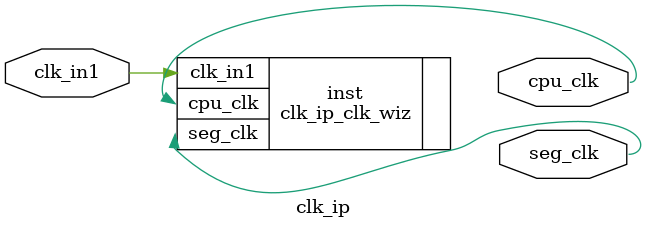
<source format=v>


`timescale 1ps/1ps

(* CORE_GENERATION_INFO = "clk_ip,clk_wiz_v5_4_3_0,{component_name=clk_ip,use_phase_alignment=true,use_min_o_jitter=false,use_max_i_jitter=false,use_dyn_phase_shift=false,use_inclk_switchover=false,use_dyn_reconfig=false,enable_axi=0,feedback_source=FDBK_AUTO,PRIMITIVE=PLL,num_out_clk=2,clkin1_period=10.000,clkin2_period=10.000,use_power_down=false,use_reset=false,use_locked=false,use_inclk_stopped=false,feedback_type=SINGLE,CLOCK_MGR_TYPE=NA,manual_override=false}" *)

module clk_ip 
 (
  // Clock out ports
  output        cpu_clk,
  output        seg_clk,
 // Clock in ports
  input         clk_in1
 );

  clk_ip_clk_wiz inst
  (
  // Clock out ports  
  .cpu_clk(cpu_clk),
  .seg_clk(seg_clk),
 // Clock in ports
  .clk_in1(clk_in1)
  );

endmodule

</source>
